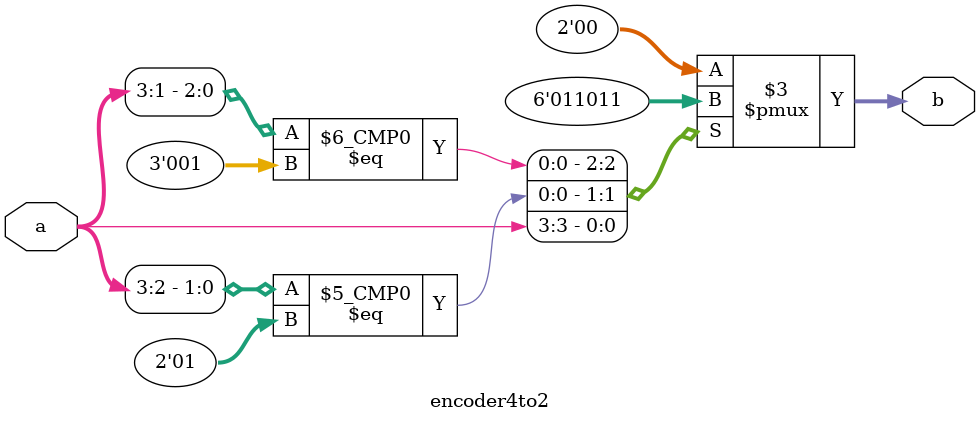
<source format=v>
`timescale 1ns / 1ps
module encoder4to2 (a, b);
input [3:0] a;
output reg [1:0] b;

always @(*) begin
casex(a)
4'b0001: b = 2'b00;
4'b001x: b = 2'b01;
4'b01xx: b = 2'b10;
4'b1xxx: b = 2'b11;
default: b = 2'b00; 
endcase
end
endmodule
</source>
